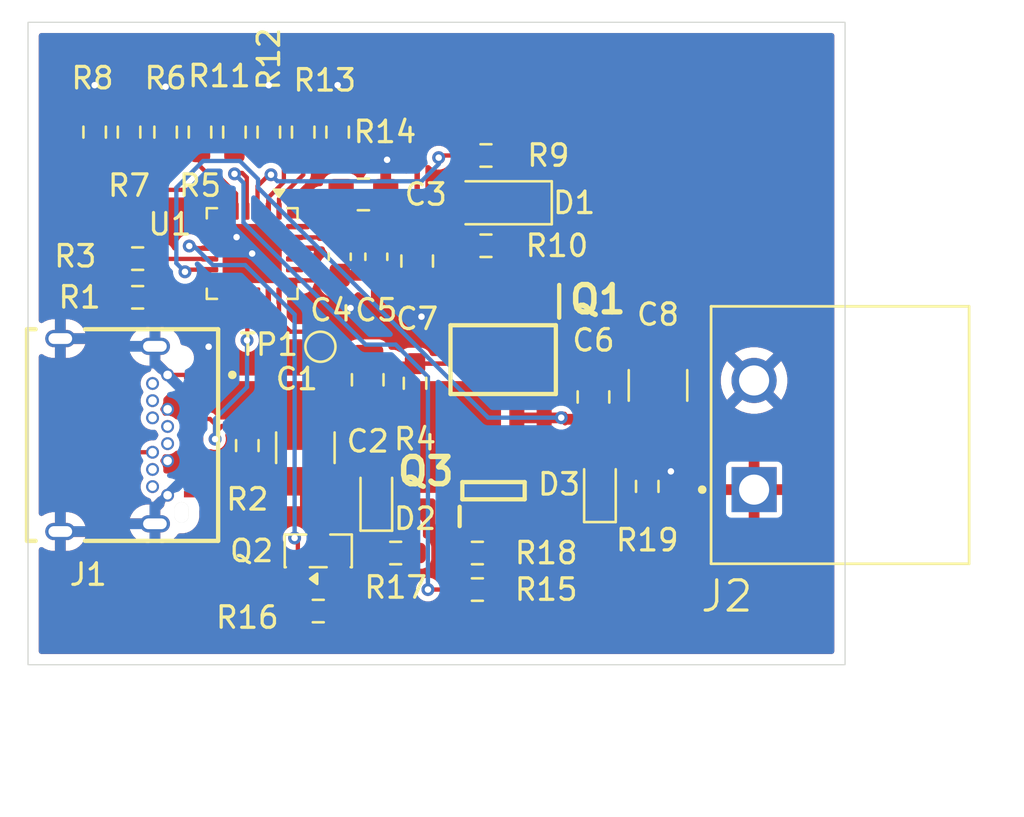
<source format=kicad_pcb>
(kicad_pcb (version 20241229) (generator "pcbnew") (generator_version "9.0")
  (layers (0 "F.Cu" signal) (2 "B.Cu" signal) (13 "F.Paste" user) (15 "B.Paste" user) (5 "F.SilkS" user "F.Silkscreen") (7 "B.SilkS" user "B.Silkscreen") (1 "F.Mask" user) (3 "B.Mask" user) (25 "Edge.Cuts" user))
  (net 0 "")
  (net 1 "GND")
  (net 2 "VCC_USB_PD_IN")
  (net 3 "Net-(D1-A)")
  (net 4 "Net-(U1-VCCD)")
  (net 5 "V3P3")
  (net 6 "VCC_USB_PD_OUT")
  (net 7 "Net-(D1-K)")
  (net 8 "Net-(D2-K)")
  (net 9 "Net-(D3-K)")
  (net 10 "VCC_USB_SAFE_5V")
  (net 11 "Net-(J1-CC1)")
  (net 15 "Net-(J1-CC2)")
  (net 27 "Net-(Q2-D)")
  (net 28 "Net-(Q2-G)")
  (net 29 "Net-(Q3A-G1)")
  (net 30 "Net-(Q3A-D1)")
  (net 31 "Net-(U1-FLIP)")
  (net 32 "Net-(U1-ISNK_COARSE)")
  (net 33 "Net-(U1-ISNK_FINE)")
  (net 34 "Net-(U1-VBUS_FET_EN)")
  (net 35 "Net-(U1-VBUS_MAX)")
  (net 36 "Net-(U1-VBUS_MIN)")
  (net 37 "Net-(U1-SAFE_PWR_EN)")
  (footprint "Resistor_SMD:R_0603_1608Metric_Pad0.98x0.95mm_HandSolder" (layer "F.Cu") (at 129.5 122 180)
    (property "Reference" "R15" (at -3.2 0 0) (layer "F.SilkS"))
    (property "Value" "1k_0.1W_0603")
    (pad "1" smd roundrect (at -0.9125 0 180) (size 0.975 0.95) (layers "F.Cu" "F.Mask" "F.Paste") (net 29 "Net-(Q3A-G1)"))
    (pad "2" smd roundrect (at 0.9125 0 180) (size 0.975 0.95) (layers "F.Cu" "F.Mask" "F.Paste") (net 37 "Net-(U1-SAFE_PWR_EN)"))
  )
  (footprint "Pixxel_MOSFETs:IRF9358TRPBFSOIC127P600X175-8N" (layer "F.Cu") (at 130.7 111.3 -90)
    (property "Reference" "Q1" (at -2.8 -4.4 180) (layer "F.SilkS") (effects (font (size 1.27 1.27) (thickness 0.254))))
    (property "Value" "IRF9358TRPBF" (hide yes))
    (pad "1" smd rect (at -2.712 -1.905) (size 0.7 1.525) (layers "F.Cu" "F.Mask" "F.Paste") (net 7 "Net-(D1-K)"))
    (pad "2" smd rect (at -2.712 -0.635) (size 0.7 1.525) (layers "F.Cu" "F.Mask" "F.Paste") (net 3 "Net-(D1-A)"))
    (pad "3" smd rect (at -2.712 0.635) (size 0.7 1.525) (layers "F.Cu" "F.Mask" "F.Paste") (net 7 "Net-(D1-K)"))
    (pad "4" smd rect (at -2.712 1.905) (size 0.7 1.525) (layers "F.Cu" "F.Mask" "F.Paste") (net 3 "Net-(D1-A)"))
    (pad "5" smd rect (at 2.712 1.905) (size 0.7 1.525) (layers "F.Cu" "F.Mask" "F.Paste") (net 2 "VCC_USB_PD_IN"))
    (pad "6" smd rect (at 2.712 0.635) (size 0.7 1.525) (layers "F.Cu" "F.Mask" "F.Paste") (net 2 "VCC_USB_PD_IN"))
    (pad "7" smd rect (at 2.712 -0.635) (size 0.7 1.525) (layers "F.Cu" "F.Mask" "F.Paste") (net 6 "VCC_USB_PD_OUT"))
    (pad "8" smd rect (at 2.712 -1.905) (size 0.7 1.525) (layers "F.Cu" "F.Mask" "F.Paste") (net 6 "VCC_USB_PD_OUT"))
  )
  (footprint "Resistor_SMD:R_0603_1608Metric_Pad0.98x0.95mm_HandSolder" (layer "F.Cu") (at 113.7 106.6 180)
    (property "Reference" "R3" (at 2.9 0.1125 180) (layer "F.SilkS"))
    (property "Value" "5.1k_0.1W_0603")
    (pad "1" smd roundrect (at -0.9125 0 180) (size 0.975 0.95) (layers "F.Cu" "F.Mask" "F.Paste") (net 31 "Net-(U1-FLIP)"))
    (pad "2" smd roundrect (at 0.9125 0 180) (size 0.975 0.95) (layers "F.Cu" "F.Mask" "F.Paste") (net 5 "V3P3"))
  )
  (footprint "Resistor_SMD:R_0603_1608Metric_Pad0.98x0.95mm_HandSolder" (layer "F.Cu") (at 115 100.7125 -90)
    (property "Reference" "R6" (at -2.5125 0 180) (layer "F.SilkS"))
    (property "Value" "5.1k_0.1W_0603")
    (pad "1" smd roundrect (at -0.9125 0 270) (size 0.975 0.95) (layers "F.Cu" "F.Mask" "F.Paste") (net 1 "GND"))
    (pad "2" smd roundrect (at 0.9125 0 270) (size 0.975 0.95) (layers "F.Cu" "F.Mask" "F.Paste") (net 32 "Net-(U1-ISNK_COARSE)"))
  )
  (footprint "Diode_SMD:D_0603_1608Metric_Pad1.05x0.95mm_HandSolder" (layer "F.Cu") (at 135.2 117.2 90)
    (property "Reference" "D3" (at 0.1 -1.9 180) (layer "F.SilkS"))
    (property "Value" "LED_R")
    (pad "1" smd roundrect (at -0.875 0 90) (size 1.05 0.95) (layers "F.Cu" "F.Mask" "F.Paste") (net 9 "Net-(D3-K)"))
    (pad "2" smd roundrect (at 0.875 0 90) (size 1.05 0.95) (layers "F.Cu" "F.Mask" "F.Paste") (net 10 "VCC_USB_SAFE_5V"))
  )
  (footprint "Resistor_SMD:R_0603_1608Metric_Pad0.98x0.95mm_HandSolder" (layer "F.Cu") (at 137.4 117.2 90)
    (property "Reference" "R19" (at -2.5 0 180) (layer "F.SilkS"))
    (property "Value" "150R_0.1W_0603")
    (pad "1" smd roundrect (at -0.9125 0 90) (size 0.975 0.95) (layers "F.Cu" "F.Mask" "F.Paste") (net 9 "Net-(D3-K)"))
    (pad "2" smd roundrect (at 0.9125 0 90) (size 0.975 0.95) (layers "F.Cu" "F.Mask" "F.Paste") (net 1 "GND"))
  )
  (footprint "Capacitor_SMD:C_1210_3225Metric_Pad1.33x2.70mm_HandSolder" (layer "F.Cu") (at 137.9 112.5 90)
    (property "Reference" "C8" (at 3.3 0 180) (layer "F.SilkS"))
    (property "Value" "10uF_50V_1210")
    (pad "1" smd roundrect (at -1.5625 0 90) (size 1.325 2.7) (layers "F.Cu" "F.Mask" "F.Paste") (roundrect_rratio 0.188679) (net 6 "VCC_USB_PD_OUT"))
    (pad "2" smd roundrect (at 1.5625 0 90) (size 1.325 2.7) (layers "F.Cu" "F.Mask" "F.Paste") (roundrect_rratio 0.188679) (net 1 "GND"))
  )
  (footprint "Resistor_SMD:R_0603_1608Metric_Pad0.98x0.95mm_HandSolder" (layer "F.Cu") (at 118.8 115.3 -90)
    (property "Reference" "R2" (at 2.5 0 180) (layer "F.SilkS"))
    (property "Value" "5.1k_0.1W_0603")
    (pad "1" smd roundrect (at -0.9125 0 270) (size 0.975 0.95) (layers "F.Cu" "F.Mask" "F.Paste") (net 11 "Net-(J1-CC1)"))
    (pad "2" smd roundrect (at 0.9125 0 270) (size 0.975 0.95) (layers "F.Cu" "F.Mask" "F.Paste") (net 1 "GND"))
  )
  (footprint "Resistor_SMD:R_0603_1608Metric_Pad0.98x0.95mm_HandSolder" (layer "F.Cu") (at 123 100.7125 90)
    (property "Reference" "R14" (at 0.0125 2.2 180) (layer "F.SilkS"))
    (property "Value" "5.1k_0.1W_0603")
    (pad "1" smd roundrect (at -0.9125 0 90) (size 0.975 0.95) (layers "F.Cu" "F.Mask" "F.Paste") (net 36 "Net-(U1-VBUS_MIN)"))
    (pad "2" smd roundrect (at 0.9125 0 90) (size 0.975 0.95) (layers "F.Cu" "F.Mask" "F.Paste") (net 1 "GND"))
  )
  (footprint "Pixxel_Connectors:796638-2" (layer "F.Cu") (at 142.369 117.35 90)
    (property "Reference" "J2" (at -4.96 -1.269 180) (layer "F.SilkS") (effects (font (size 1.406441 1.406441))))
    (property "Value" "796638-2")
    (pad "1" thru_hole rect (at 0 0 90) (size 2.1 2.1) (drill 1.4) (layers "*.Cu" "*.Mask") (net 6 "VCC_USB_PD_OUT"))
    (pad "2" thru_hole circle (at 5.08 0 90) (size 2.1 2.1) (drill 1.4) (layers "*.Cu" "*.Mask") (net 1 "GND"))
  )
  (footprint "Resistor_SMD:R_0603_1608Metric_Pad0.98x0.95mm_HandSolder" (layer "F.Cu") (at 119.8 100.7125 90)
    (property "Reference" "R12" (at 3.4 0 90) (layer "F.SilkS"))
    (property "Value" "2.4k_0.1W_0603")
    (pad "1" smd roundrect (at -0.9125 0 90) (size 0.975 0.95) (layers "F.Cu" "F.Mask" "F.Paste") (net 35 "Net-(U1-VBUS_MAX)"))
    (pad "2" smd roundrect (at 0.9125 0 90) (size 0.975 0.95) (layers "F.Cu" "F.Mask" "F.Paste") (net 1 "GND"))
  )
  (footprint "Capacitor_SMD:C_0603_1608Metric_Pad1.08x0.95mm_HandSolder" (layer "F.Cu") (at 123.1 106.5125 -90)
    (property "Reference" "C4" (at 2.4875 0.4 180) (layer "F.SilkS"))
    (property "Value" "0.1uF_50V_0603")
    (pad "1" smd roundrect (at -0.8625 0 270) (size 1.075 0.95) (layers "F.Cu" "F.Mask" "F.Paste") (net 5 "V3P3"))
    (pad "2" smd roundrect (at 0.8625 0 270) (size 1.075 0.95) (layers "F.Cu" "F.Mask" "F.Paste") (net 1 "GND"))
  )
  (footprint "Diode_SMD:D_SOD-123" (layer "F.Cu") (at 130.6 104 180)
    (property "Reference" "D1" (at -3.4 0 0) (layer "F.SilkS"))
    (property "Value" "MMSZ10T1G")
    (pad "1" smd roundrect (at -1.65 0 180) (size 0.9 1.2) (layers "F.Cu" "F.Mask" "F.Paste") (net 7 "Net-(D1-K)"))
    (pad "2" smd roundrect (at 1.65 0 180) (size 0.9 1.2) (layers "F.Cu" "F.Mask" "F.Paste") (net 3 "Net-(D1-A)"))
  )
  (footprint "Pixxel_Connectors:USB4056-03-A" (layer "F.Cu") (at 110.1025 114.81 -90)
    (property "Reference" "J1" (at 6.49 -1.2975 0) (layer "F.SilkS"))
    (property "Value" "USB4056-03-A_REVA2")
    (fp_line (start 3.75 -5.315) (end 3.45 -5.315) (stroke (width 0.01)) (layer "Edge.Cuts"))
    (fp_line (start 3.45 -5.965) (end 3.75 -5.965) (stroke (width 0.01)) (layer "Edge.Cuts"))
    (fp_arc (start 3.45 -5.315) (mid 3.22019 -5.41019) (end 3.125 -5.64) (stroke (width 0.01)) (layer "Edge.Cuts"))
    (fp_arc (start 3.125 -5.64) (mid 3.22019 -5.86981) (end 3.45 -5.965) (stroke (width 0.01)) (layer "Edge.Cuts"))
    (fp_arc (start 4.075 -5.64) (mid 3.97981 -5.41019) (end 3.75 -5.315) (stroke (width 0.01)) (layer "Edge.Cuts"))
    (fp_arc (start 3.75 -5.965) (mid 3.97981 -5.86981) (end 4.075 -5.64) (stroke (width 0.01)) (layer "Edge.Cuts"))
    (pad "" np_thru_hole circle (at -3.6 -5.64 270) (size 0.65 0.65) (drill 0.65) (layers "*.Cu" "*.Mask"))
    (pad "" np_thru_hole oval (at 3.6 -5.64 270) (size 0.95 0.65) (drill oval 0.95 0.65) (layers "*.Cu" "*.Mask") (clearance 0.0762))
    (pad "A1" smd rect (at -2.75 -6.2 270) (size 0.3 0.9) (layers "F.Cu" "F.Mask" "F.Paste") (net 1 "GND"))
    (pad "A2" smd rect (at -2.25 -6.2 270) (size 0.3 0.9) (layers "F.Cu" "F.Mask" "F.Paste"))
    (pad "A3" smd rect (at -1.75 -6.2 270) (size 0.3 0.9) (layers "F.Cu" "F.Mask" "F.Paste"))
    (pad "A4" smd rect (at -1.25 -6.2 270) (size 0.3 0.9) (layers "F.Cu" "F.Mask" "F.Paste") (net 2 "VCC_USB_PD_IN"))
    (pad "A5" smd rect (at -0.75 -6.2 270) (size 0.3 0.9) (layers "F.Cu" "F.Mask" "F.Paste") (net 11 "Net-(J1-CC1)"))
    (pad "A6" smd rect (at -0.25 -6.2 270) (size 0.3 0.9) (layers "F.Cu" "F.Mask" "F.Paste"))
    (pad "A7" smd rect (at 0.25 -6.2 270) (size 0.3 0.9) (layers "F.Cu" "F.Mask" "F.Paste"))
    (pad "A8" smd rect (at 0.75 -6.2 270) (size 0.3 0.9) (layers "F.Cu" "F.Mask" "F.Paste"))
    (pad "A9" smd rect (at 1.25 -6.2 270) (size 0.3 0.9) (layers "F.Cu" "F.Mask" "F.Paste") (net 2 "VCC_USB_PD_IN"))
    (pad "A10" smd rect (at 1.75 -6.2 270) (size 0.3 0.9) (layers "F.Cu" "F.Mask" "F.Paste"))
    (pad "A11" smd rect (at 2.25 -6.2 270) (size 0.3 0.9) (layers "F.Cu" "F.Mask" "F.Paste"))
    (pad "A12" smd rect (at 2.75 -6.2 270) (size 0.3 0.9) (layers "F.Cu" "F.Mask" "F.Paste") (net 1 "GND"))
    (pad "B1" thru_hole circle (at 2.8 -4.99 270) (size 0.6 0.6) (drill 0.4) (layers "*.Cu" "*.Mask") (net 1 "GND"))
    (pad "B2" thru_hole circle (at 2.4 -4.29 270) (size 0.6 0.6) (drill 0.4) (layers "*.Cu" "*.Mask"))
    (pad "B3" thru_hole circle (at 1.6 -4.29 270) (size 0.6 0.6) (drill 0.4) (layers "*.Cu" "*.Mask"))
    (pad "B4" thru_hole circle (at 1.2 -4.99 270) (size 0.6 0.6) (drill 0.4) (layers "*.Cu" "*.Mask") (net 2 "VCC_USB_PD_IN"))
    (pad "B5" thru_hole circle (at 0.8 -4.29 270) (size 0.6 0.6) (drill 0.4) (layers "*.Cu" "*.Mask") (net 15 "Net-(J1-CC2)"))
    (pad "B6" thru_hole circle (at 0.4 -4.99 270) (size 0.6 0.6) (drill 0.4) (layers "*.Cu" "*.Mask"))
    (pad "B7" thru_hole circle (at -0.4 -4.99 270) (size 0.6 0.6) (drill 0.4) (layers "*.Cu" "*.Mask"))
    (pad "B8" thru_hole circle (at -0.8 -4.29 270) (size 0.6 0.6) (drill 0.4) (layers "*.Cu" "*.Mask"))
    (pad "B9" thru_hole circle (at -1.2 -4.99 270) (size 0.6 0.6) (drill 0.4) (layers "*.Cu" "*.Mask") (net 2 "VCC_USB_PD_IN"))
    (pad "B10" thru_hole circle (at -1.6 -4.29 270) (size 0.6 0.6) (drill 0.4) (layers "*.Cu" "*.Mask"))
    (pad "B11" thru_hole circle (at -2.4 -4.29 270) (size 0.6 0.6) (drill 0.4) (layers "*.Cu" "*.Mask"))
    (pad "B12" thru_hole circle (at -2.8 -4.99 270) (size 0.6 0.6) (drill 0.4) (layers "*.Cu" "*.Mask") (net 1 "GND"))
    (pad "S1" thru_hole oval (at -4.13 -4.4 270) (size 0.8 1.4) (drill oval 0.5 1.1) (layers "*.Cu" "*.Mask") (net 1 "GND"))
    (pad "S2" thru_hole oval (at 4.13 -4.4 270) (size 0.8 1.4) (drill oval 0.5 1.1) (layers "*.Cu" "*.Mask") (net 1 "GND"))
    (pad "S3" thru_hole oval (at -4.49 0 270) (size 0.8 1.4) (drill oval 0.5 1.1) (layers "*.Cu" "*.Mask") (net 1 "GND"))
    (pad "S4" thru_hole oval (at 4.49 0 270) (size 0.8 1.4) (drill oval 0.5 1.1) (layers "*.Cu" "*.Mask") (net 1 "GND"))
  )
  (footprint "Capacitor_SMD:C_0805_2012Metric_Pad1.18x1.45mm_HandSolder" (layer "F.Cu") (at 134.9 113.0375 90)
    (property "Reference" "C6" (at 2.6375 0 180) (layer "F.SilkS"))
    (property "Value" "1uF_50V_0805")
    (pad "1" smd roundrect (at -1.0375 0 90) (size 1.175 1.45) (layers "F.Cu" "F.Mask" "F.Paste") (roundrect_rratio 0.212766) (net 6 "VCC_USB_PD_OUT"))
    (pad "2" smd roundrect (at 1.0375 0 90) (size 1.175 1.45) (layers "F.Cu" "F.Mask" "F.Paste") (roundrect_rratio 0.212766) (net 3 "Net-(D1-A)"))
  )
  (footprint "Pixxel_MOSFETs:BSL308PE-SOT95P250X110-6N" (layer "F.Cu") (at 130.25 117.4 90)
    (property "Reference" "Q3" (at 0.9 -3.15 0) (layer "F.SilkS") (effects (font (size 1.27 1.27) (thickness 0.254))))
    (property "Value" "BSL308PE" (hide yes))
    (pad "1" smd rect (at -1.2 -0.95 180) (size 0.55 0.9) (layers "F.Cu" "F.Mask" "F.Paste") (net 29 "Net-(Q3A-G1)"))
    (pad "2" smd rect (at -1.2 0 180) (size 0.55 0.9) (layers "F.Cu" "F.Mask" "F.Paste") (net 30 "Net-(Q3A-D1)"))
    (pad "3" smd rect (at -1.2 0.95 180) (size 0.55 0.9) (layers "F.Cu" "F.Mask" "F.Paste") (net 29 "Net-(Q3A-G1)"))
    (pad "4" smd rect (at 1.2 0.95 180) (size 0.55 0.9) (layers "F.Cu" "F.Mask" "F.Paste") (net 10 "VCC_USB_SAFE_5V"))
    (pad "5" smd rect (at 1.2 0 180) (size 0.55 0.9) (layers "F.Cu" "F.Mask" "F.Paste") (net 2 "VCC_USB_PD_IN"))
    (pad "6" smd rect (at 1.2 -0.95 180) (size 0.55 0.9) (layers "F.Cu" "F.Mask" "F.Paste") (net 30 "Net-(Q3A-D1)"))
  )
  (footprint "Resistor_SMD:R_0603_1608Metric_Pad0.98x0.95mm_HandSolder" (layer "F.Cu") (at 126.6 112.4 90)
    (property "Reference" "R4" (at -2.6 0 180) (layer "F.SilkS"))
    (property "Value" "10k_0.1W_0603")
    (pad "1" smd roundrect (at -0.9125 0 90) (size 0.975 0.95) (layers "F.Cu" "F.Mask" "F.Paste") (net 2 "VCC_USB_PD_IN"))
    (pad "2" smd roundrect (at 0.9125 0 90) (size 0.975 0.95) (layers "F.Cu" "F.Mask" "F.Paste") (net 3 "Net-(D1-A)"))
  )
  (footprint "Package_TO_SOT_SMD:SOT-23" (layer "F.Cu") (at 122.1 120.2 90)
    (property "Reference" "Q2" (at 0 -3.1 180) (layer "F.SilkS"))
    (property "Value" "2N7002")
    (pad "1" smd roundrect (at -0.9375 -0.95 90) (size 1.475 0.6) (layers "F.Cu" "F.Mask" "F.Paste") (net 28 "Net-(Q2-G)"))
    (pad "2" smd roundrect (at -0.9375 0.95 90) (size 1.475 0.6) (layers "F.Cu" "F.Mask" "F.Paste") (net 1 "GND"))
    (pad "3" smd roundrect (at 0.9375 0 90) (size 1.475 0.6) (layers "F.Cu" "F.Mask" "F.Paste") (net 27 "Net-(Q2-D)"))
  )
  (footprint "Capacitor_SMD:C_0603_1608Metric_Pad1.08x0.95mm_HandSolder" (layer "F.Cu") (at 124.8 106.5125 -90)
    (property "Reference" "C5" (at 2.4875 0 180) (layer "F.SilkS"))
    (property "Value" "0.1uF_50V_0603")
    (pad "1" smd roundrect (at -0.8625 0 270) (size 1.075 0.95) (layers "F.Cu" "F.Mask" "F.Paste") (net 5 "V3P3"))
    (pad "2" smd roundrect (at 0.8625 0 270) (size 1.075 0.95) (layers "F.Cu" "F.Mask" "F.Paste") (net 1 "GND"))
  )
  (footprint "Resistor_SMD:R_0603_1608Metric_Pad0.98x0.95mm_HandSolder" (layer "F.Cu") (at 116.6 100.7125 -90)
    (property "Reference" "R5" (at 2.4875 0 180) (layer "F.SilkS"))
    (property "Value" "5.1k_0.1W_0603")
    (pad "1" smd roundrect (at -0.9125 0 270) (size 0.975 0.95) (layers "F.Cu" "F.Mask" "F.Paste") (net 5 "V3P3"))
    (pad "2" smd roundrect (at 0.9125 0 270) (size 0.975 0.95) (layers "F.Cu" "F.Mask" "F.Paste") (net 32 "Net-(U1-ISNK_COARSE)"))
  )
  (footprint "Resistor_SMD:R_0603_1608Metric_Pad0.98x0.95mm_HandSolder" (layer "F.Cu") (at 129.5 120.3)
    (property "Reference" "R18" (at 3.2 0 0) (layer "F.SilkS"))
    (property "Value" "49.9k_0.1W_0603")
    (pad "1" smd roundrect (at -0.9125 0) (size 0.975 0.95) (layers "F.Cu" "F.Mask" "F.Paste") (net 2 "VCC_USB_PD_IN"))
    (pad "2" smd roundrect (at 0.9125 0) (size 0.975 0.95) (layers "F.Cu" "F.Mask" "F.Paste") (net 29 "Net-(Q3A-G1)"))
  )
  (footprint "Resistor_SMD:R_0603_1608Metric_Pad0.98x0.95mm_HandSolder" (layer "F.Cu") (at 129.9 106 180)
    (property "Reference" "R10" (at -3.3 0 0) (layer "F.SilkS"))
    (property "Value" "49.9k_0.1W_0603")
    (pad "1" smd roundrect (at -0.9125 0 180) (size 0.975 0.95) (layers "F.Cu" "F.Mask" "F.Paste") (net 7 "Net-(D1-K)"))
    (pad "2" smd roundrect (at 0.9125 0 180) (size 0.975 0.95) (layers "F.Cu" "F.Mask" "F.Paste") (net 3 "Net-(D1-A)"))
  )
  (footprint "Capacitor_SMD:C_0805_2012Metric_Pad1.18x1.45mm_HandSolder" (layer "F.Cu") (at 124.2 103.6125)
    (property "Reference" "C3" (at 2.9 0 180) (layer "F.SilkS"))
    (property "Value" "1uF_50V_0805")
    (pad "1" smd roundrect (at -1.0375 0) (size 1.175 1.45) (layers "F.Cu" "F.Mask" "F.Paste") (roundrect_rratio 0.212766) (net 4 "Net-(U1-VCCD)"))
    (pad "2" smd roundrect (at 1.0375 0) (size 1.175 1.45) (layers "F.Cu" "F.Mask" "F.Paste") (roundrect_rratio 0.212766) (net 1 "GND"))
  )
  (footprint "Resistor_SMD:R_0603_1608Metric_Pad0.98x0.95mm_HandSolder" (layer "F.Cu") (at 111.7 100.7125 -90)
    (property "Reference" "R8" (at -2.5125 0.1 180) (layer "F.SilkS"))
    (property "Value" "5.1k_0.1W_0603")
    (pad "1" smd roundrect (at -0.9125 0 270) (size 0.975 0.95) (layers "F.Cu" "F.Mask" "F.Paste") (net 1 "GND"))
    (pad "2" smd roundrect (at 0.9125 0 270) (size 0.975 0.95) (layers "F.Cu" "F.Mask" "F.Paste") (net 33 "Net-(U1-ISNK_FINE)"))
  )
  (footprint "Resistor_SMD:R_0603_1608Metric_Pad0.98x0.95mm_HandSolder" (layer "F.Cu") (at 122.1 123)
    (property "Reference" "R16" (at -3.3 0.3 0) (layer "F.SilkS"))
    (property "Value" "49.9k_0.1W_0603")
    (pad "1" smd roundrect (at -0.9125 0) (size 0.975 0.95) (layers "F.Cu" "F.Mask" "F.Paste") (net 28 "Net-(Q2-G)"))
    (pad "2" smd roundrect (at 0.9125 0) (size 0.975 0.95) (layers "F.Cu" "F.Mask" "F.Paste") (net 1 "GND"))
  )
  (footprint "Resistor_SMD:R_0603_1608Metric_Pad0.98x0.95mm_HandSolder" (layer "F.Cu") (at 129.9 101.8 180)
    (property "Reference" "R9" (at -2.9 0 0) (layer "F.SilkS"))
    (property "Value" "1k_0.1W_0603")
    (pad "1" smd roundrect (at -0.9125 0 180) (size 0.975 0.95) (layers "F.Cu" "F.Mask" "F.Paste") (net 3 "Net-(D1-A)"))
    (pad "2" smd roundrect (at 0.9125 0 180) (size 0.975 0.95) (layers "F.Cu" "F.Mask" "F.Paste") (net 34 "Net-(U1-VBUS_FET_EN)"))
  )
  (footprint "TestPoint:TestPoint_Pad_D1.0mm" (layer "F.Cu") (at 122.2 110.7)
    (property "Reference" "TP1" (at -2.4 -0.1 0) (layer "F.SilkS"))
    (property "Value" "VIN")
    (pad "1" smd circle (at 0 0) (size 1 1) (layers "F.Cu" "F.Mask") (net 2 "VCC_USB_PD_IN"))
  )
  (footprint "Capacitor_SMD:C_0805_2012Metric_Pad1.18x1.45mm_HandSolder" (layer "F.Cu") (at 124.4 112.2375 90)
    (property "Reference" "C2" (at -2.8625 0 180) (layer "F.SilkS"))
    (property "Value" "1uF_50V_0805")
    (pad "1" smd roundrect (at -1.0375 0 90) (size 1.175 1.45) (layers "F.Cu" "F.Mask" "F.Paste") (roundrect_rratio 0.212766) (net 2 "VCC_USB_PD_IN"))
    (pad "2" smd roundrect (at 1.0375 0 90) (size 1.175 1.45) (layers "F.Cu" "F.Mask" "F.Paste") (roundrect_rratio 0.212766) (net 3 "Net-(D1-A)"))
  )
  (footprint "Resistor_SMD:R_0603_1608Metric_Pad0.98x0.95mm_HandSolder" (layer "F.Cu") (at 121.4 100.7125 90)
    (property "Reference" "R13" (at 2.4125 1 180) (layer "F.SilkS"))
    (property "Value" "5.1k_0.1W_0603")
    (pad "1" smd roundrect (at -0.9125 0 90) (size 0.975 0.95) (layers "F.Cu" "F.Mask" "F.Paste") (net 36 "Net-(U1-VBUS_MIN)"))
    (pad "2" smd roundrect (at 0.9125 0 90) (size 0.975 0.95) (layers "F.Cu" "F.Mask" "F.Paste") (net 5 "V3P3"))
  )
  (footprint "Capacitor_SMD:C_0805_2012Metric_Pad1.18x1.45mm_HandSolder" (layer "F.Cu") (at 126.7 106.7125 -90)
    (property "Reference" "C7" (at 2.6875 0 180) (layer "F.SilkS"))
    (property "Value" "1uF_50V_0805")
    (pad "1" smd roundrect (at -1.0375 0 270) (size 1.175 1.45) (layers "F.Cu" "F.Mask" "F.Paste") (roundrect_rratio 0.212766) (net 5 "V3P3"))
    (pad "2" smd roundrect (at 1.0375 0 270) (size 1.175 1.45) (layers "F.Cu" "F.Mask" "F.Paste") (roundrect_rratio 0.212766) (net 1 "GND"))
  )
  (footprint "Capacitor_SMD:C_1210_3225Metric_Pad1.33x2.70mm_HandSolder" (layer "F.Cu") (at 121.5 115.4 -90)
    (property "Reference" "C1" (at -3.2 0.4 180) (layer "F.SilkS"))
    (property "Value" "10uF_50V_1210")
    (pad "1" smd roundrect (at -1.5625 0 270) (size 1.325 2.7) (layers "F.Cu" "F.Mask" "F.Paste") (roundrect_rratio 0.188679) (net 2 "VCC_USB_PD_IN"))
    (pad "2" smd roundrect (at 1.5625 0 270) (size 1.325 2.7) (layers "F.Cu" "F.Mask" "F.Paste") (roundrect_rratio 0.188679) (net 1 "GND"))
  )
  (footprint "Resistor_SMD:R_0603_1608Metric_Pad0.98x0.95mm_HandSolder" (layer "F.Cu") (at 125.7 120.3 180)
    (property "Reference" "R17" (at 0 -1.6 0) (layer "F.SilkS"))
    (property "Value" "1k_0.1W_0603")
    (pad "1" smd roundrect (at -0.9125 0 180) (size 0.975 0.95) (layers "F.Cu" "F.Mask" "F.Paste") (net 8 "Net-(D2-K)"))
    (pad "2" smd roundrect (at 0.9125 0 180) (size 0.975 0.95) (layers "F.Cu" "F.Mask" "F.Paste") (net 27 "Net-(Q2-D)"))
  )
  (footprint "Resistor_SMD:R_0603_1608Metric_Pad0.98x0.95mm_HandSolder" (layer "F.Cu") (at 113.3 100.7125 -90)
    (property "Reference" "R7" (at 2.4875 0 180) (layer "F.SilkS"))
    (property "Value" "5.1k_0.1W_0603")
    (pad "1" smd roundrect (at -0.9125 0 270) (size 0.975 0.95) (layers "F.Cu" "F.Mask" "F.Paste") (net 5 "V3P3"))
    (pad "2" smd roundrect (at 0.9125 0 270) (size 0.975 0.95) (layers "F.Cu" "F.Mask" "F.Paste") (net 33 "Net-(U1-ISNK_FINE)"))
  )
  (footprint "Resistor_SMD:R_0603_1608Metric_Pad0.98x0.95mm_HandSolder" (layer "F.Cu") (at 113.7 108.4)
    (property "Reference" "R1" (at -2.7 0 0) (layer "F.SilkS"))
    (property "Value" "5.1k_0.1W_0603")
    (pad "1" smd roundrect (at -0.9125 0) (size 0.975 0.95) (layers "F.Cu" "F.Mask" "F.Paste") (net 15 "Net-(J1-CC2)"))
    (pad "2" smd roundrect (at 0.9125 0) (size 0.975 0.95) (layers "F.Cu" "F.Mask" "F.Paste") (net 1 "GND"))
  )
  (footprint "Resistor_SMD:R_0603_1608Metric_Pad0.98x0.95mm_HandSolder" (layer "F.Cu") (at 118.2 100.7125 90)
    (property "Reference" "R11" (at 2.6125 -0.7 180) (layer "F.SilkS"))
    (property "Value" "5k_0.1W_0603")
    (pad "1" smd roundrect (at -0.9125 0 90) (size 0.975 0.95) (layers "F.Cu" "F.Mask" "F.Paste") (net 35 "Net-(U1-VBUS_MAX)"))
    (pad "2" smd roundrect (at 0.9125 0 90) (size 0.975 0.95) (layers "F.Cu" "F.Mask" "F.Paste") (net 5 "V3P3"))
  )
  (footprint "Package_DFN_QFN:QFN-24-1EP_4x4mm_P0.5mm_EP2.75x2.75mm" (layer "F.Cu") (at 119.025 106.3625 -90)
    (property "Reference" "U1" (at -1.3625 3.825 0) (layer "F.SilkS"))
    (property "Value" "CYPD3177-24LQ")
    (pad "1" smd roundrect (at -1.975 -1.25 270) (size 0.8 0.25) (layers "F.Cu" "F.Mask" "F.Paste") (net 36 "Net-(U1-VBUS_MIN)"))
    (pad "2" smd roundrect (at -1.975 -0.75 270) (size 0.8 0.25) (layers "F.Cu" "F.Mask" "F.Paste") (net 35 "Net-(U1-VBUS_MAX)"))
    (pad "3" smd roundrect (at -1.975 -0.25 270) (size 0.8 0.25) (layers "F.Cu" "F.Mask" "F.Paste") (net 34 "Net-(U1-VBUS_FET_EN)"))
    (pad "4" smd roundrect (at -1.975 0.25 270) (size 0.8 0.25) (layers "F.Cu" "F.Mask" "F.Paste") (net 37 "Net-(U1-SAFE_PWR_EN)"))
    (pad "5" smd roundrect (at -1.975 0.75 270) (size 0.8 0.25) (layers "F.Cu" "F.Mask" "F.Paste") (net 32 "Net-(U1-ISNK_COARSE)"))
    (pad "6" smd roundrect (at -1.975 1.25 270) (size 0.8 0.25) (layers "F.Cu" "F.Mask" "F.Paste") (net 33 "Net-(U1-ISNK_FINE)"))
    (pad "7" smd roundrect (at -1.25 1.975 270) (size 0.25 0.8) (layers "F.Cu" "F.Mask" "F.Paste"))
    (pad "8" smd roundrect (at -0.75 1.975 270) (size 0.25 0.8) (layers "F.Cu" "F.Mask" "F.Paste"))
    (pad "9" smd roundrect (at -0.25 1.975 270) (size 0.25 0.8) (layers "F.Cu" "F.Mask" "F.Paste") (net 28 "Net-(Q2-G)"))
    (pad "10" smd roundrect (at 0.25 1.975 270) (size 0.25 0.8) (layers "F.Cu" "F.Mask" "F.Paste") (net 31 "Net-(U1-FLIP)"))
    (pad "11" smd roundrect (at 0.75 1.975 270) (size 0.25 0.8) (layers "F.Cu" "F.Mask" "F.Paste") (net 6 "VCC_USB_PD_OUT"))
    (pad "12" smd roundrect (at 1.25 1.975 270) (size 0.25 0.8) (layers "F.Cu" "F.Mask" "F.Paste"))
    (pad "13" smd roundrect (at 1.975 1.25 270) (size 0.8 0.25) (layers "F.Cu" "F.Mask" "F.Paste"))
    (pad "14" smd roundrect (at 1.975 0.75 270) (size 0.8 0.25) (layers "F.Cu" "F.Mask" "F.Paste") (net 15 "Net-(J1-CC2)"))
    (pad "15" smd roundrect (at 1.975 0.25 270) (size 0.8 0.25) (layers "F.Cu" "F.Mask" "F.Paste") (net 11 "Net-(J1-CC1)"))
    (pad "16" smd roundrect (at 1.975 -0.25 270) (size 0.8 0.25) (layers "F.Cu" "F.Mask" "F.Paste"))
    (pad "17" smd roundrect (at 1.975 -0.75 270) (size 0.8 0.25) (layers "F.Cu" "F.Mask" "F.Paste"))
    (pad "18" smd roundrect (at 1.975 -1.25 270) (size 0.8 0.25) (layers "F.Cu" "F.Mask" "F.Paste") (net 2 "VCC_USB_PD_IN"))
    (pad "19" smd roundrect (at 1.25 -1.975 270) (size 0.25 0.8) (layers "F.Cu" "F.Mask" "F.Paste") (net 1 "GND"))
    (pad "20" smd roundrect (at 0.75 -1.975 270) (size 0.25 0.8) (layers "F.Cu" "F.Mask" "F.Paste"))
    (pad "21" smd roundrect (at 0.25 -1.975 270) (size 0.25 0.8) (layers "F.Cu" "F.Mask" "F.Paste"))
    (pad "22" smd roundrect (at -0.25 -1.975 270) (size 0.25 0.8) (layers "F.Cu" "F.Mask" "F.Paste") (net 1 "GND"))
    (pad "23" smd roundrect (at -0.75 -1.975 270) (size 0.25 0.8) (layers "F.Cu" "F.Mask" "F.Paste") (net 5 "V3P3"))
    (pad "24" smd roundrect (at -1.25 -1.975 270) (size 0.25 0.8) (layers "F.Cu" "F.Mask" "F.Paste") (net 4 "Net-(U1-VCCD)"))
    (pad "25" smd rect (at 0 0 270) (size 2.75 2.75) (property pad_prop_heatsink) (layers "F.Cu" "F.Mask") (net 1 "GND"))
  )
  (footprint "Diode_SMD:D_0603_1608Metric_Pad1.05x0.95mm_HandSolder" (layer "F.Cu") (at 124.8 117.6 90)
    (property "Reference" "D2" (at -1.1 1.8 180) (layer "F.SilkS"))
    (property "Value" "LED_R")
    (pad "1" smd roundrect (at -0.875 0 90) (size 1.05 0.95) (layers "F.Cu" "F.Mask" "F.Paste") (net 8 "Net-(D2-K)"))
    (pad "2" smd roundrect (at 0.875 0 90) (size 1.05 0.95) (layers "F.Cu" "F.Mask" "F.Paste") (net 2 "VCC_USB_PD_IN"))
  )
  (gr_rect (start 108.6 95.6) (end 146.6 125.5) (stroke (width 0.05)) (fill no) (layer "Edge.Cuts"))
  (segment (start 138.2875 116.2875) (end 138.5 116.5) (width 0.2) (layer "F.Cu") (net 1))
  (segment (start 121 107.6125) (end 121.8875 107.6125) (width 0.2) (layer "F.Cu") (net 1))
  (segment (start 123.1 107.375) (end 123.1 108.4) (width 0.2) (layer "F.Cu") (net 1))
  (segment (start 125.475 107.375) (end 124.8 107.375) (width 0.2) (layer "F.Cu") (net 1))
  (segment (start 115.0925 112.01) (end 116.2525 112.01) (width 0.2) (layer "F.Cu") (net 1))
  (segment (start 119.025 106.3625) (end 119.4625 106.3625) (width 0.2) (layer "F.Cu") (net 1))
  (segment (start 116.2525 112.01) (end 116.3025 112.06) (width 0.2) (layer "F.Cu") (net 1))
  (segment (start 115 99.8) (end 115 98.6) (width 0.2) (layer "F.Cu") (net 1))
  (segment (start 123.1 108.4) (end 123.6 108.9) (width 0.2) (layer "F.Cu") (net 1))
  (segment (start 125.2375 103.6125) (end 125.2375 102.0625) (width 0.2) (layer "F.Cu") (net 1))
  (segment (start 137.4 116.2875) (end 138.2875 116.2875) (width 0.2) (layer "F.Cu") (net 1))
  (segment (start 125.85 107.75) (end 125.475 107.375) (width 0.2) (layer "F.Cu") (net 1))
  (segment (start 126.7 107.75) (end 125.85 107.75) (width 0.2) (layer "F.Cu") (net 1))
  (segment (start 120.275 107.6125) (end 119.025 106.3625) (width 0.2) (layer "F.Cu") (net 1))
  (segment (start 118.9625 116.9625) (end 121.5 116.9625) (width 0.2) (layer "F.Cu") (net 1))
  (segment (start 121 107.6125) (end 120.275 107.6125) (width 0.2) (layer "F.Cu") (net 1))
  (segment (start 123.1 107.375) (end 124.8 107.375) (width 0.2) (layer "F.Cu") (net 1))
  (segment (start 119.7125 106.1125) (end 121 106.1125) (width 0.2) (layer "F.Cu") (net 1))
  (segment (start 111.7 99.8) (end 111.7 98.527) (width 0.2) (layer "F.Cu") (net 1))
  (segment (start 118.8 116.2125) (end 118.8 116.8) (width 0.2) (layer "F.Cu") (net 1))
  (segment (start 122.125 107.375) (end 123.1 107.375) (width 0.2) (layer "F.Cu") (net 1))
  (segment (start 126.7 107.75) (end 126.7 109.1) (width 0.2) (layer "F.Cu") (net 1))
  (segment (start 121.8875 107.6125) (end 122.125 107.375) (width 0.2) (layer "F.Cu") (net 1))
  (segment (start 118.8 116.8) (end 118.9625 116.9625) (width 0.2) (layer "F.Cu") (net 1))
  (segment (start 126.7 109.1) (end 126.9 109.3) (width 0.2) (layer "F.Cu") (net 1))
  (segment (start 119.4625 106.3625) (end 119.7125 106.1125) (width 0.2) (layer "F.Cu") (net 1))
  (segment (start 119.8 99.8) (end 119.8 98.527) (width 0.2) (layer "F.Cu") (net 1))
  (segment (start 125.2375 102.0625) (end 125.3 102) (width 0.2) (layer "F.Cu") (net 1))
  (segment (start 123 99.8) (end 123 98.527) (width 0.2) (layer "F.Cu") (net 1))
  (via (at 111.7 98.527) (size 0.6) (drill 0.3) (layers "F.Cu" "B.Cu") (net 1))
  (via (at 125.3 102) (size 0.6) (drill 0.3) (layers "F.Cu" "B.Cu") (net 1))
  (via (at 117 110.7) (size 0.6) (drill 0.3) (layers "F.Cu" "B.Cu") (net 1))
  (via (at 123.6 108.9) (size 0.6) (drill 0.3) (layers "F.Cu" "B.Cu") (net 1))
  (via (at 119.025 106.3625) (size 0.6) (drill 0.3) (layers "F.Cu" "B.Cu") (net 1))
  (via (at 138.5 116.5) (size 0.6) (drill 0.3) (layers "F.Cu" "B.Cu") (net 1))
  (via (at 115 98.6) (size 0.6) (drill 0.3) (layers "F.Cu" "B.Cu") (net 1))
  (via (at 126.9 109.3) (size 0.6) (drill 0.3) (layers "F.Cu" "B.Cu") (net 1))
  (via (at 118.3 105.6) (size 0.6) (drill 0.3) (layers "F.Cu" "B.Cu") (net 1))
  (via (at 119.8 98.527) (size 0.6) (drill 0.3) (layers "F.Cu" "B.Cu") (net 1))
  (via (at 123 98.527) (size 0.6) (drill 0.3) (layers "F.Cu" "B.Cu") (net 1))
  (segment (start 128.5875 120.3) (end 128.5875 119.5875) (width 0.2) (layer "F.Cu") (net 2))
  (segment (start 120.8 110) (end 121.5 110) (width 0.2) (layer "F.Cu") (net 2))
  (segment (start 122.2 110.7) (end 122.2 113.1375) (width 0.2) (layer "F.Cu") (net 2))
  (segment (start 120.275 108.3375) (end 120.275 109.475) (width 0.2) (layer "F.Cu") (net 2))
  (segment (start 128.5875 119.5875) (end 128.2 119.2) (width 0.2) (layer "F.Cu") (net 2))
  (segment (start 121.5 110) (end 122.2 110.7) (width 0.2) (layer "F.Cu") (net 2))
  (segment (start 116.2525 116.01) (end 116.3025 116.06) (width 0.2) (layer "F.Cu") (net 2))
  (segment (start 127.9 118.9) (end 127.9 117.2) (width 0.2) (layer "F.Cu") (net 2))
  (segment (start 116.2525 113.61) (end 116.3025 113.56) (width 0.2) (layer "F.Cu") (net 2))
  (segment (start 120.275 109.475) (end 120.8 110) (width 0.2) (layer "F.Cu") (net 2))
  (segment (start 115.0925 116.01) (end 116.2525 116.01) (width 0.2) (layer "F.Cu") (net 2))
  (segment (start 128.2 119.2) (end 127.9 118.9) (width 0.2) (layer "F.Cu") (net 2))
  (segment (start 122.2 113.1375) (end 121.5 113.8375) (width 0.2) (layer "F.Cu") (net 2))
  (segment (start 115.0925 113.61) (end 116.2525 113.61) (width 0.2) (layer "F.Cu") (net 2))
  (segment (start 130.0125 112) (end 129.5 111.4875) (width 0.2) (layer "F.Cu") (net 3))
  (segment (start 126.6 111.4875) (end 128.1125 111.4875) (width 0.2) (layer "F.Cu") (net 3))
  (segment (start 128.9875 106) (end 128.9875 107.0125) (width 0.2) (layer "F.Cu") (net 3))
  (segment (start 131.335 108.588) (end 131.335 110.965) (width 0.2) (layer "F.Cu") (net 3))
  (segment (start 128.95 105.9625) (end 128.9875 106) (width 0.2) (layer "F.Cu") (net 3))
  (segment (start 131.335 110.965) (end 130.8125 111.4875) (width 0.2) (layer "F.Cu") (net 3))
  (segment (start 124.4 111.2) (end 125.6 111.2) (width 0.2) (layer "F.Cu") (net 3))
  (segment (start 125.8875 111.4875) (end 126.6 111.4875) (width 0.2) (layer "F.Cu") (net 3))
  (segment (start 128.9875 107.0125) (end 128.795 107.205) (width 0.2) (layer "F.Cu") (net 3))
  (segment (start 128.795 107.205) (end 128.795 108.588) (width 0.2) (layer "F.Cu") (net 3))
  (segment (start 128.95 104) (end 129.9 104) (width 0.2) (layer "F.Cu") (net 3))
  (segment (start 130.8125 111.4875) (end 129.5 111.4875) (width 0.2) (layer "F.Cu") (net 3))
  (segment (start 130.8125 103.0875) (end 130.8125 101.8) (width 0.2) (layer "F.Cu") (net 3))
  (segment (start 134.9 112) (end 130.0125 112) (width 0.2) (layer "F.Cu") (net 3))
  (segment (start 125.6 111.2) (end 125.8875 111.4875) (width 0.2) (layer "F.Cu") (net 3))
  (segment (start 128.95 104) (end 128.95 105.9625) (width 0.2) (layer "F.Cu") (net 3))
  (segment (start 129.5 111.4875) (end 126.6 111.4875) (width 0.2) (layer "F.Cu") (net 3))
  (segment (start 128.795 110.805) (end 128.795 108.588) (width 0.2) (layer "F.Cu") (net 3))
  (segment (start 128.1125 111.4875) (end 128.795 110.805) (width 0.2) (layer "F.Cu") (net 3))
  (segment (start 129.9 104) (end 130.8125 103.0875) (width 0.2) (layer "F.Cu") (net 3))
  (segment (start 121.5875 105.1125) (end 121.9 104.8) (width 0.254) (layer "F.Cu") (net 4))
  (segment (start 121.9 104.8) (end 121.9 103.9) (width 0.254) (layer "F.Cu") (net 4))
  (segment (start 121.9 103.9) (end 122.1875 103.6125) (width 0.254) (layer "F.Cu") (net 4))
  (segment (start 122.1875 103.6125) (end 123.1625 103.6125) (width 0.254) (layer "F.Cu") (net 4))
  (segment (start 121 105.1125) (end 121.5875 105.1125) (width 0.254) (layer "F.Cu") (net 4))
  (segment (start 118.2 99.8) (end 116.6 99.8) (width 0.254) (layer "F.Cu") (net 5))
  (segment (start 110.9 97.9) (end 109.8 99) (width 0.254) (layer "F.Cu") (net 5))
  (segment (start 124.825 105.675) (end 124.8 105.65) (width 0.2) (layer "F.Cu") (net 5))
  (segment (start 121.9 97.9) (end 117.3 97.9) (width 0.254) (layer "F.Cu") (net 5))
  (segment (start 122.0875 105.6125) (end 122.15 105.675) (width 0.2) (layer "F.Cu") (net 5))
  (segment (start 123.9 97.9) (end 121.9 97.9) (width 0.254) (layer "F.Cu") (net 5))
  (segment (start 114.2 97.9) (end 110.9 97.9) (width 0.254) (layer "F.Cu") (net 5))
  (segment (start 121.4 98.4) (end 121.9 97.9) (width 0.254) (layer "F.Cu") (net 5))
  (segment (start 116.6 98.6) (end 117.3 97.9) (width 0.254) (layer "F.Cu") (net 5))
  (segment (start 126.7 105.675) (end 124.825 105.675) (width 0.2) (layer "F.Cu") (net 5))
  (segment (start 121.4 99.8) (end 121.4 98.4) (width 0.254) (layer "F.Cu") (net 5))
  (segment (start 117.3 97.9) (end 114.2 97.9) (width 0.254) (layer "F.Cu") (net 5))
  (segment (start 122.15 105.675) (end 126.7 105.675) (width 0.2) (layer "F.Cu") (net 5))
  (segment (start 126.7 100.7) (end 123.9 97.9) (width 0.254) (layer "F.Cu") (net 5))
  (segment (start 109.8 105) (end 111.5125 106.7125) (width 0.254) (layer "F.Cu") (net 5))
  (segment (start 113.3 98.6) (end 113.3 99.8) (width 0.254) (layer "F.Cu") (net 5))
  (segment (start 126.7 105.675) (end 126.7 100.7) (width 0.254) (layer "F.Cu") (net 5))
  (segment (start 114.2 97.9) (end 114 97.9) (width 0.254) (layer "F.Cu") (net 5))
  (segment (start 123.1 105.65) (end 124.8 105.65) (width 0.2) (layer "F.Cu") (net 5))
  (segment (start 121 105.6125) (end 121.8875 105.6125) (width 0.2) (layer "F.Cu") (net 5))
  (segment (start 112.675 106.7125) (end 112.7875 106.6) (width 0.254) (layer "F.Cu") (net 5))
  (segment (start 121.8875 105.6125) (end 122.0875 105.6125) (width 0.2) (layer "F.Cu") (net 5))
  (segment (start 116.6 99.8) (end 116.6 98.6) (width 0.254) (layer "F.Cu") (net 5))
  (segment (start 114 97.9) (end 113.3 98.6) (width 0.254) (layer "F.Cu") (net 5))
  (segment (start 109.8 99) (end 109.8 105) (width 0.254) (layer "F.Cu") (net 5))
  (segment (start 111.5125 106.7125) (end 112.675 106.7125) (width 0.254) (layer "F.Cu") (net 5))
  (segment (start 116 107.1125) (end 115.9 107.2125) (width 0.2) (layer "F.Cu") (net 6))
  (segment (start 117.05 107.1125) (end 116 107.1125) (width 0.2) (layer "F.Cu") (net 6))
  (via (at 115.9 107.2125) (size 0.6) (drill 0.3) (layers "F.Cu" "B.Cu") (net 6))
  (via (at 133.4 114) (size 0.6) (drill 0.3) (layers "F.Cu" "B.Cu") (net 6))
  (segment (start 115.9 107.2125) (end 115.499 106.8115) (width 0.2) (layer "B.Cu") (net 6))
  (segment (start 119.299 103.299) (end 119.4 103.4) (width 0.2) (layer "B.Cu") (net 6))
  (segment (start 115.499 106.8115) (end 115.499 103.301) (width 0.2) (layer "B.Cu") (net 6))
  (segment (start 130 114) (end 133.4 114) (width 0.2) (layer "B.Cu") (net 6))
  (segment (start 119.4 103.4) (end 130 114) (width 0.2) (layer "B.Cu") (net 6))
  (segment (start 115.499 103.301) (end 116.3 102.5) (width 0.2) (layer "B.Cu") (net 6))
  (segment (start 119.299 102.900527) (end 119.299 103.299) (width 0.2) (layer "B.Cu") (net 6))
  (segment (start 118.452682 102.054209) (end 119.299 102.900527) (width 0.2) (layer "B.Cu") (net 6))
  (segment (start 116.3 102.5) (end 116.745791 102.054209) (width 0.2) (layer "B.Cu") (net 6))
  (segment (start 116.745791 102.054209) (end 118.452682 102.054209) (width 0.2) (layer "B.Cu") (net 6))
  (segment (start 131.5 106) (end 130.8125 106) (width 0.2) (layer "F.Cu") (net 7))
  (segment (start 130.065 107.435) (end 130.8125 106.6875) (width 0.2) (layer "F.Cu") (net 7))
  (segment (start 130.065 108.588) (end 130.065 107.435) (width 0.2) (layer "F.Cu") (net 7))
  (segment (start 130.8125 106.6875) (end 130.8125 106) (width 0.2) (layer "F.Cu") (net 7))
  (segment (start 132.605 108.588) (end 132.605 107.105) (width 0.2) (layer "F.Cu") (net 7))
  (segment (start 132.605 107.105) (end 131.5 106) (width 0.2) (layer "F.Cu") (net 7))
  (segment (start 131.5 104) (end 132.25 104) (width 0.2) (layer "F.Cu") (net 7))
  (segment (start 130.8125 104.6875) (end 131.5 104) (width 0.2) (layer "F.Cu") (net 7))
  (segment (start 130.8125 106) (end 130.8125 104.6875) (width 0.2) (layer "F.Cu") (net 7))
  (segment (start 126.6125 119.0125) (end 126.6125 120.3) (width 0.2) (layer "F.Cu") (net 8))
  (segment (start 124.8 118.475) (end 126.075 118.475) (width 0.2) (layer "F.Cu") (net 8))
  (segment (start 126.075 118.475) (end 126.6125 119.0125) (width 0.2) (layer "F.Cu") (net 8))
  (segment (start 137.4 118.7) (end 137.4 118.1125) (width 0.2) (layer "F.Cu") (net 9))
  (segment (start 135.2 118.7) (end 135.4 118.9) (width 0.2) (layer "F.Cu") (net 9))
  (segment (start 137.2 118.9) (end 137.4 118.7) (width 0.2) (layer "F.Cu") (net 9))
  (segment (start 135.4 118.9) (end 137.2 118.9) (width 0.2) (layer "F.Cu") (net 9))
  (segment (start 135.2 118.075) (end 135.2 118.7) (width 0.2) (layer "F.Cu") (net 9))
  (segment (start 131.2 116.2) (end 135.075 116.2) (width 0.2) (layer "F.Cu") (net 10))
  (segment (start 135.075 116.2) (end 135.2 116.325) (width 0.2) (layer "F.Cu") (net 10))
  (segment (start 117.6275 114.3875) (end 118.8 114.3875) (width 0.2) (layer "F.Cu") (net 11))
  (segment (start 117.3 114.715) (end 117.6275 114.3875) (width 0.2) (layer "F.Cu") (net 11))
  (segment (start 118.786003 114.401497) (end 118.8 114.3875) (width 0.2) (layer "F.Cu") (net 11))
  (segment (start 117.3 115) (end 117.3 114.3) (width 0.2) (layer "F.Cu") (net 11))
  (segment (start 118.8 110.386003) (end 118.8 108.3625) (width 0.2) (layer "F.Cu") (net 11))
  (segment (start 117.06 114.06) (end 116.3025 114.06) (width 0.2) (layer "F.Cu") (net 11))
  (segment (start 118.8 108.3625) (end 118.775 108.3375) (width 0.2) (layer "F.Cu") (net 11))
  (segment (start 117.3 115) (end 117.3 114.715) (width 0.2) (layer "F.Cu") (net 11))
  (segment (start 118.786003 110.4) (end 118.8 110.386003) (width 0.2) (layer "F.Cu") (net 11))
  (segment (start 117.3 114.3) (end 117.06 114.06) (width 0.2) (layer "F.Cu") (net 11))
  (via (at 118.786003 110.4) (size 0.6) (drill 0.3) (layers "F.Cu" "B.Cu") (net 11))
  (via (at 117.3 115) (size 0.6) (drill 0.3) (layers "F.Cu" "B.Cu") (net 11))
  (segment (start 117.3 114.06) (end 118.786003 112.573997) (width 0.2) (layer "B.Cu") (net 11))
  (segment (start 118.786003 112.573997) (end 118.786003 110.4) (width 0.2) (layer "B.Cu") (net 11))
  (segment (start 117.3 115) (end 117.3 114.06) (width 0.2) (layer "B.Cu") (net 11))
  (segment (start 118.275 109.025) (end 118.275 108.3375) (width 0.2) (layer "F.Cu") (net 15))
  (segment (start 113.49 115.61) (end 112.7875 114.9075) (width 0.2) (layer "F.Cu") (net 15))
  (segment (start 112.7875 114.9075) (end 112.7875 108.4) (width 0.2) (layer "F.Cu") (net 15))
  (segment (start 115.2 107.5) (end 115.75 108.05) (width 0.2) (layer "F.Cu") (net 15))
  (segment (start 115.75 108.65) (end 116.6 109.5) (width 0.2) (layer "F.Cu") (net 15))
  (segment (start 113.2 107.5) (end 115.2 107.5) (width 0.2) (layer "F.Cu") (net 15))
  (segment (start 112.7875 108.4) (end 112.7875 107.9125) (width 0.2) (layer "F.Cu") (net 15))
  (segment (start 114.3925 115.61) (end 113.49 115.61) (width 0.2) (layer "F.Cu") (net 15))
  (segment (start 112.7875 107.9125) (end 113.2 107.5) (width 0.2) (layer "F.Cu") (net 15))
  (segment (start 117.8 109.5) (end 118.275 109.025) (width 0.2) (layer "F.Cu") (net 15))
  (segment (start 115.75 108.05) (end 115.75 108.65) (width 0.2) (layer "F.Cu") (net 15))
  (segment (start 116.6 109.5) (end 117.8 109.5) (width 0.2) (layer "F.Cu") (net 15))
  (segment (start 124.2 120.3) (end 124.7875 120.3) (width 0.2) (layer "F.Cu") (net 27))
  (segment (start 123.1625 119.2625) (end 124.2 120.3) (width 0.2) (layer "F.Cu") (net 27))
  (segment (start 122.1 119.2625) (end 123.1625 119.2625) (width 0.2) (layer "F.Cu") (net 27))
  (segment (start 116.3125 106.0125) (end 116.4125 106.1125) (width 0.2) (layer "F.Cu") (net 28))
  (segment (start 121.15 121.1375) (end 121.15 122.9625) (width 0.2) (layer "F.Cu") (net 28))
  (segment (start 121.15 121.1375) (end 121.15 119.75) (width 0.2) (layer "F.Cu") (net 28))
  (segment (start 116.1 106.0125) (end 116.3125 106.0125) (width 0.2) (layer "F.Cu") (net 28))
  (segment (start 121.15 122.9625) (end 121.1875 123) (width 0.2) (layer "F.Cu") (net 28))
  (segment (start 121.15 119.75) (end 121 119.6) (width 0.2) (layer "F.Cu") (net 28))
  (segment (start 116.4125 106.1125) (end 117.05 106.1125) (width 0.2) (layer "F.Cu") (net 28))
  (via (at 116.1 106.0125) (size 0.6) (drill 0.3) (layers "F.Cu" "B.Cu") (net 28))
  (via (at 121 119.6) (size 0.6) (drill 0.3) (layers "F.Cu" "B.Cu") (net 28))
  (segment (start 118.7 106.9) (end 121 109.2) (width 0.2) (layer "B.Cu") (net 28))
  (segment (start 117.2 106.9) (end 118.7 106.9) (width 0.2) (layer "B.Cu") (net 28))
  (segment (start 116.3125 106.0125) (end 117.2 106.9) (width 0.2) (layer "B.Cu") (net 28))
  (segment (start 121 109.2) (end 121 119.6) (width 0.2) (layer "B.Cu") (net 28))
  (segment (start 116.1 106.0125) (end 116.3125 106.0125) (width 0.2) (layer "B.Cu") (net 28))
  (segment (start 129.3 119.7) (end 129.9 120.3) (width 0.2) (layer "F.Cu") (net 29))
  (segment (start 131.2 119.1) (end 131.2 118.6) (width 0.2) (layer "F.Cu") (net 29))
  (segment (start 130.4125 120.3) (end 130.4125 119.6875) (width 0.2) (layer "F.Cu") (net 29))
  (segment (start 129.9 120.3) (end 130.4125 120.3) (width 0.2) (layer "F.Cu") (net 29))
  (segment (start 130.6 119.5) (end 130.8 119.5) (width 0.2) (layer "F.Cu") (net 29))
  (segment (start 130.8 119.5) (end 131.2 119.1) (width 0.2) (layer "F.Cu") (net 29))
  (segment (start 130.4125 119.6875) (end 130.6 119.5) (width 0.2) (layer "F.Cu") (net 29))
  (segment (start 129.3 118.6) (end 129.3 119.7) (width 0.2) (layer "F.Cu") (net 29))
  (segment (start 130.4125 122) (end 130.4125 120.3) (width 0.2) (layer "F.Cu") (net 29))
  (segment (start 129.3 116.8) (end 129.3 116.2) (width 0.2) (layer "F.Cu") (net 30))
  (segment (start 130.25 118.6) (end 130.25 117.75) (width 0.2) (layer "F.Cu") (net 30))
  (segment (start 130.25 117.75) (end 129.3 116.8) (width 0.2) (layer "F.Cu") (net 30))
  (segment (start 117.05 106.6125) (end 114.625 106.6125) (width 0.2) (layer "F.Cu") (net 31))
  (segment (start 114.625 106.6125) (end 114.6125 106.6) (width 0.2) (layer "F.Cu") (net 31))
  (segment (start 117 102.7) (end 116.6 102.3) (width 0.2) (layer "F.Cu") (net 32))
  (segment (start 115 101.625) (end 116.6 101.625) (width 0.2) (layer "F.Cu") (net 32))
  (segment (start 118.275 103.575) (end 117.4 102.7) (width 0.2) (layer "F.Cu") (net 32))
  (segment (start 117.4 102.7) (end 117 102.7) (width 0.2) (layer "F.Cu") (net 32))
  (segment (start 116.6 102.3) (end 116.6 101.625) (width 0.2) (layer "F.Cu") (net 32))
  (segment (start 118.275 104.3875) (end 118.275 103.575) (width 0.2) (layer "F.Cu") (net 32))
  (segment (start 117.775 104.3875) (end 117.775 103.675) (width 0.2) (layer "F.Cu") (net 33))
  (segment (start 111.7 101.625) (end 113.3 101.625) (width 0.2) (layer "F.Cu") (net 33))
  (segment (start 117.775 103.675) (end 117.5 103.4) (width 0.2) (layer "F.Cu") (net 33))
  (segment (start 114 103.4) (end 113.3 102.7) (width 0.2) (layer "F.Cu") (net 33))
  (segment (start 113.3 102.7) (end 113.3 101.625) (width 0.2) (layer "F.Cu") (net 33))
  (segment (start 117.5 103.4) (end 114 103.4) (width 0.2) (layer "F.Cu") (net 33))
  (segment (start 119.275 103.225) (end 119.275 104.3875) (width 0.2) (layer "F.Cu") (net 34))
  (segment (start 119.804418 102.695582) (end 119.275 103.225) (width 0.2) (layer "F.Cu") (net 34))
  (segment (start 119.9 102.695582) (end 119.804418 102.695582) (width 0.2) (layer "F.Cu") (net 34))
  (segment (start 127.7 101.9) (end 127.8 101.8) (width 0.2) (layer "F.Cu") (net 34))
  (segment (start 127.8 101.8) (end 128.9875 101.8) (width 0.2) (layer "F.Cu") (net 34))
  (via (at 127.7 101.9) (size 0.6) (drill 0.3) (layers "F.Cu" "B.Cu") (net 34))
  (via (at 119.9 102.695582) (size 0.6) (drill 0.3) (layers "F.Cu" "B.Cu") (net 34))
  (segment (start 119.9 102.695582) (end 120.204418 103) (width 0.2) (layer "B.Cu") (net 34))
  (segment (start 127.7 102.2) (end 127.7 101.9) (width 0.2) (layer "B.Cu") (net 34))
  (segment (start 120.204418 103) (end 126.9 103) (width 0.2) (layer "B.Cu") (net 34))
  (segment (start 126.9 103) (end 127.7 102.2) (width 0.2) (layer "B.Cu") (net 34))
  (segment (start 119.8 101.625) (end 120.325 101.625) (width 0.2) (layer "F.Cu") (net 35))
  (segment (start 119.775 103.7579) (end 119.775 104.3875) (width 0.2) (layer "F.Cu") (net 35))
  (segment (start 120.5 103.0329) (end 119.775 103.7579) (width 0.2) (layer "F.Cu") (net 35))
  (segment (start 120.5 101.8) (end 120.5 103.0329) (width 0.2) (layer "F.Cu") (net 35))
  (segment (start 120.325 101.625) (end 120.5 101.8) (width 0.2) (layer "F.Cu") (net 35))
  (segment (start 118.2 101.625) (end 119.8 101.625) (width 0.2) (layer "F.Cu") (net 35))
  (segment (start 120.275 104.3875) (end 120.275 103.825) (width 0.2) (layer "F.Cu") (net 36))
  (segment (start 120.275 103.825) (end 121.4 102.7) (width 0.2) (layer "F.Cu") (net 36))
  (segment (start 121.4 101.625) (end 123 101.625) (width 0.2) (layer "F.Cu") (net 36))
  (segment (start 121.4 102.7) (end 121.4 101.625) (width 0.2) (layer "F.Cu") (net 36))
  (segment (start 118.561029 102.6125) (end 118.775 102.826471) (width 0.2) (layer "F.Cu") (net 37))
  (segment (start 118.203739 102.655209) (end 118.246448 102.6125) (width 0.2) (layer "F.Cu") (net 37))
  (segment (start 118.246448 102.6125) (end 118.561029 102.6125) (width 0.2) (layer "F.Cu") (net 37))
  (segment (start 118.775 102.826471) (end 118.775 104.3875) (width 0.2) (layer "F.Cu") (net 37))
  (segment (start 127.2 122) (end 128.5875 122) (width 0.2) (layer "F.Cu") (net 37))
  (via (at 118.203739 102.655209) (size 0.6) (drill 0.3) (layers "F.Cu" "B.Cu") (net 37))
  (via (at 127.2 122) (size 0.6) (drill 0.3) (layers "F.Cu" "B.Cu") (net 37))
  (segment (start 127.2 112.1) (end 127.2 122) (width 0.2) (layer "B.Cu") (net 37))
  (segment (start 125.7 110.6) (end 127.2 112.1) (width 0.2) (layer "B.Cu") (net 37))
  (segment (start 118.203739 102.655209) (end 118.203739 102.655212) (width 0.2) (layer "B.Cu") (net 37))
  (segment (start 118.203739 102.655212) (end 118.621077 103.07255) (width 0.2) (layer "B.Cu") (net 37))
  (segment (start 118.621077 103.07255) (end 118.621077 104.921077) (width 0.2) (layer "B.Cu") (net 37))
  (segment (start 124.3 110.6) (end 125.7 110.6) (width 0.2) (layer "B.Cu") (net 37))
  (segment (start 118.621077 104.921077) (end 124.3 110.6) (width 0.2) (layer "B.Cu") (net 37))
  (zone (net 2) (net_name "VCC_USB_PD_IN") (layer "F.Cu") (priority 1) (connect_pads yes (clearance 0.127)) (min_thickness 0.25) (fill yes (thermal_gap 0.5) (thermal_bridge_width 0.5))
    (polygon (pts (xy 115.1 112.9) (xy 117.4 112.9) (xy 118 112.3) (xy 130 112.3) (xy 130.6 112.9) (xy 130.6 116.6) (xy 129.7 117.5) (xy 124.7 117.5) (xy 122.7 115.5) (xy 118.5 115.5) (xy 117.4 116.6) (xy 114.7 116.6) (xy 114.7 113.3)))
  )
  (zone (net 6) (net_name "VCC_USB_PD_OUT") (layer "F.Cu") (priority 2) (connect_pads (clearance 0.5)) (min_thickness 0.25) (fill yes (thermal_gap 0.5) (thermal_bridge_width 0.5))
    (polygon (pts (xy 130.8 112.9) (xy 131.1 112.6) (xy 138.6 112.6) (xy 141.2 115.2) (xy 144.4 115.2) (xy 144.8 115.6) (xy 144.8 119.5) (xy 144.6 119.7) (xy 139.5 119.7) (xy 138.6 118.8) (xy 138.6 115.9) (xy 138.1 115.4) (xy 131.3 115.4) (xy 130.8 114.9)))
  )
  (zone (net 1) (net_name "GND") (layers "F.Cu" "B.Cu") (connect_pads (clearance 0.254)) (min_thickness 0.25) (fill yes (thermal_gap 0.5) (thermal_bridge_width 0.5) (smoothing chamfer) (radius 0.127))
    (polygon (pts (xy 108.6 95.6) (xy 146.6 95.6) (xy 146.6 125.5) (xy 108.6 125.5)))
  )
)
</source>
